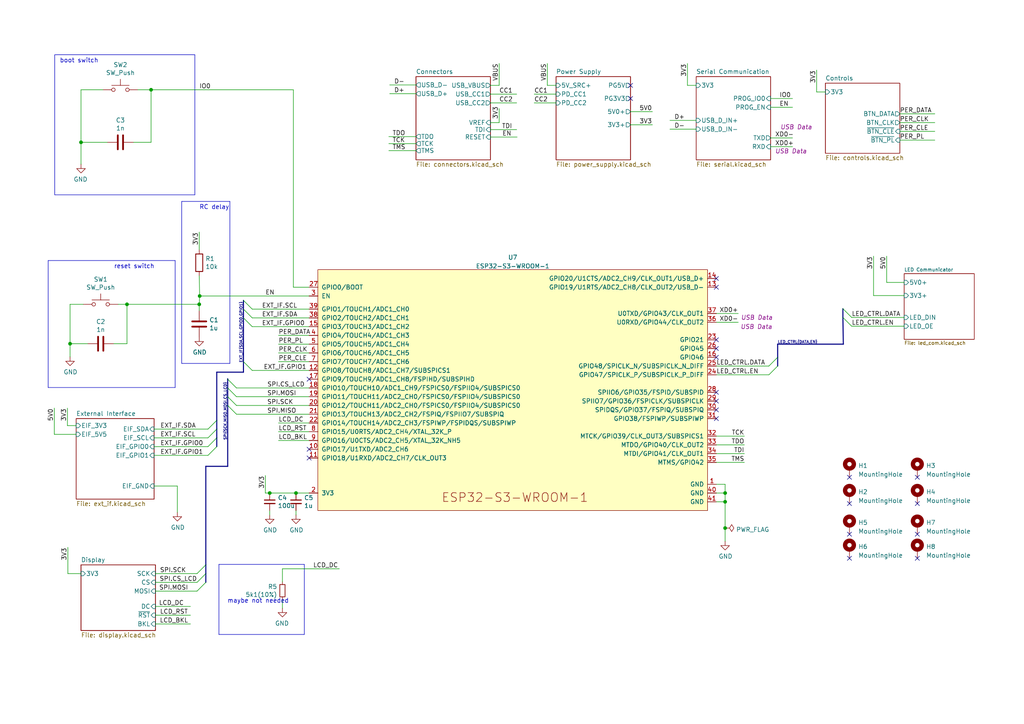
<source format=kicad_sch>
(kicad_sch (version 20230121) (generator eeschema)
  (paper "A4")
  (title_block (title "BCD-0o27") (date "2021-08-07") (rev "0") (company "BalcCon") (comment 1 "Designed by Florian"))
  (lib_symbols
    (symbol "Device:C" (pin_numbers hide) (pin_names (offset 0.254))
      (property "Reference" "C" (at 0.635 2.54 0))
      (property "Value" "C" (at 0.635 -2.54 0))
      (symbol "C_0_1"
        (polyline (pts (xy -2.032 -0.762) (xy 2.032 -0.762)) (stroke (width 0.508)))
        (polyline (pts (xy -2.032 0.762) (xy 2.032 0.762)) (stroke (width 0.508)))
      )
      (symbol "C_1_1"
        (pin passive line (at 0 3.81 270) (length 2.794) (name "~") (number "1"))
        (pin passive line (at 0 -3.81 90) (length 2.794) (name "~") (number "2"))
      )
    )
    (symbol "Device:C_Small" (pin_numbers hide) (pin_names (offset 0.254) hide)
      (property "Reference" "C" (at 0.254 1.778 0))
      (property "Value" "C_Small" (at 0.254 -2.032 0))
      (symbol "C_Small_0_1"
        (polyline (pts (xy -1.524 -0.508) (xy 1.524 -0.508)) (stroke (width 0.3302)))
        (polyline (pts (xy -1.524 0.508) (xy 1.524 0.508)) (stroke (width 0.3048)))
      )
      (symbol "C_Small_1_1"
        (pin passive line (at 0 2.54 270) (length 2.032) (name "~") (number "1"))
        (pin passive line (at 0 -2.54 90) (length 2.032) (name "~") (number "2"))
      )
    )
    (symbol "Device:R" (pin_numbers hide) (pin_names (offset 0))
      (property "Reference" "R" (at 2.032 0 90))
      (property "Value" "R" (at 0 0 90))
      (symbol "R_0_1"
        (rectangle (start -1.016 -2.54) (end 1.016 2.54) (stroke (width 0.254)))
      )
      (symbol "R_1_1"
        (pin passive line (at 0 3.81 270) (length 1.27) (name "~") (number "1"))
        (pin passive line (at 0 -3.81 90) (length 1.27) (name "~") (number "2"))
      )
    )
    (symbol "Device:R_Small" (pin_numbers hide) (pin_names (offset 0.254) hide)
      (property "Reference" "R" (at 0.762 0.508 0))
      (property "Value" "R_Small" (at 0.762 -1.016 0))
      (symbol "R_Small_0_1"
        (rectangle (start -0.762 1.778) (end 0.762 -1.778) (stroke (width 0.2032)))
      )
      (symbol "R_Small_1_1"
        (pin passive line (at 0 2.54 270) (length 0.762) (name "~") (number "1"))
        (pin passive line (at 0 -2.54 90) (length 0.762) (name "~") (number "2"))
      )
    )
    (symbol "Espressif:ESP32-S3-WROOM-1" (pin_names (offset 1.016))
      (property "Reference" "U" (at 0 35.56 0))
      (property "Value" "ESP32-S3-WROOM-1" (at 0 -36.83 0))
      (symbol "ESP32-S3-WROOM-1_0_0"
        (rectangle (start -57.15 34.29) (end 55.88 -35.56) (fill (type background)))
        (text "ESP32-S3-WROOM-1" (at 0 -31.75 0) (effects (font (size 2.54 2.54))))
        (pin power_in line (at 58.42 -27.94 180) (length 2.54) (name "GND") (number "1"))
        (pin bidirectional line (at -59.69 -17.78 0) (length 2.54) (name "GPIO17/U1TXD/ADC2_CH6") (number "10"))
        (pin bidirectional line (at -59.69 -20.32 0) (length 2.54) (name "GPIO18/U1RXD/ADC2_CH7/CLK_OUT3") (number "11"))
        (pin bidirectional line (at -59.69 5.08 0) (length 2.54) (name "GPIO8/TOUCH8/ADC1_CH7/SUBSPICS1") (number "12"))
        (pin bidirectional line (at 58.42 29.21 180) (length 2.54) (name "GPIO19/U1RTS/ADC2_CH8/CLK_OUT2/USB_D-") (number "13"))
        (pin bidirectional line (at 58.42 31.75 180) (length 2.54) (name "GPIO20/U1CTS/ADC2_CH9/CLK_OUT1/USB_D+") (number "14"))
        (pin bidirectional line (at -59.69 17.78 0) (length 2.54) (name "GPIO3/TOUCH3/ADC1_CH2") (number "15"))
        (pin bidirectional line (at 58.42 8.89 180) (length 2.54) (name "GPIO46") (number "16"))
        (pin bidirectional line (at -59.69 2.54 0) (length 2.54) (name "GPIO9/TOUCH9/ADC1_CH8/FSPIHD/SUBSPIHD") (number "17"))
        (pin bidirectional line (at -59.69 0 0) (length 2.54) (name "GPIO10/TOUCH10/ADC1_CH9/FSPICS0/FSPIIO4/SUBSPICS0") (number "18"))
        (pin bidirectional line (at -59.69 -2.54 0) (length 2.54) (name "GPIO11/TOUCH11/ADC2_CH0/FSPICS0/FSPIIO4/SUBSPICS0") (number "19"))
        (pin power_in line (at -59.69 -30.48 0) (length 2.54) (name "3V3") (number "2"))
        (pin bidirectional line (at -59.69 -5.08 0) (length 2.54) (name "GPIO12/TOUCH11/ADC2_CH0/FSPICS0/FSPIIO4/SUBSPICS0") (number "20"))
        (pin bidirectional line (at -59.69 -7.62 0) (length 2.54) (name "GPIO13/TOUCH13/ADC2_CH2/FSPIQ/FSPIIO7/SUBSPIQ") (number "21"))
        (pin bidirectional line (at -59.69 -10.16 0) (length 2.54) (name "GPIO14/TOUCH14/ADC2_CH3/FSPIWP/FSPIDQS/SUBSPIWP") (number "22"))
        (pin bidirectional line (at 58.42 13.97 180) (length 2.54) (name "GPIO21") (number "23"))
        (pin bidirectional line (at 58.42 3.81 180) (length 2.54) (name "GPIO47/SPICLK_P/SUBSPICLK_P_DIFF") (number "24"))
        (pin bidirectional line (at 58.42 6.35 180) (length 2.54) (name "GPIO48/SPICLK_N/SUBSPICLK_N_DIFF") (number "25"))
        (pin bidirectional line (at 58.42 11.43 180) (length 2.54) (name "GPIO45") (number "26"))
        (pin bidirectional line (at -59.69 29.21 0) (length 2.54) (name "GPIO0/BOOT") (number "27"))
        (pin bidirectional line (at 58.42 -1.27 180) (length 2.54) (name "SPIIO6/GPIO35/FSPID/SUBSPID") (number "28"))
        (pin bidirectional line (at 58.42 -3.81 180) (length 2.54) (name "SPIIO7/GPIO36/FSPICLK/SUBSPICLK") (number "29"))
        (pin input line (at -59.69 26.67 0) (length 2.54) (name "EN") (number "3"))
        (pin bidirectional line (at 58.42 -6.35 180) (length 2.54) (name "SPIDQS/GPIO37/FSPIQ/SUBSPIQ") (number "30"))
        (pin bidirectional line (at 58.42 -8.89 180) (length 2.54) (name "GPIO38/FSPIWP/SUBSPIWP") (number "31"))
        (pin bidirectional line (at 58.42 -13.97 180) (length 2.54) (name "MTCK/GPIO39/CLK_OUT3/SUBSPICS1") (number "32"))
        (pin bidirectional line (at 58.42 -16.51 180) (length 2.54) (name "MTDO/GPIO40/CLK_OUT2") (number "33"))
        (pin bidirectional line (at 58.42 -19.05 180) (length 2.54) (name "MTDI/GPIO41/CLK_OUT1") (number "34"))
        (pin bidirectional line (at 58.42 -21.59 180) (length 2.54) (name "MTMS/GPIO42") (number "35"))
        (pin bidirectional line (at 58.42 19.05 180) (length 2.54) (name "U0RXD/GPIO44/CLK_OUT2") (number "36"))
        (pin bidirectional line (at 58.42 21.59 180) (length 2.54) (name "U0TXD/GPIO43/CLK_OUT1") (number "37"))
        (pin bidirectional line (at -59.69 20.32 0) (length 2.54) (name "GPIO2/TOUCH2/ADC1_CH1") (number "38"))
        (pin bidirectional line (at -59.69 22.86 0) (length 2.54) (name "GPIO1/TOUCH1/ADC1_CH0") (number "39"))
        (pin bidirectional line (at -59.69 15.24 0) (length 2.54) (name "GPIO4/TOUCH4/ADC1_CH3") (number "4"))
        (pin power_in line (at 58.42 -30.48 180) (length 2.54) (name "GND") (number "40"))
        (pin power_in line (at 58.42 -33.02 180) (length 2.54) (name "GND") (number "41"))
        (pin bidirectional line (at -59.69 12.7 0) (length 2.54) (name "GPIO5/TOUCH5/ADC1_CH4") (number "5"))
        (pin bidirectional line (at -59.69 10.16 0) (length 2.54) (name "GPIO6/TOUCH6/ADC1_CH5") (number "6"))
        (pin bidirectional line (at -59.69 7.62 0) (length 2.54) (name "GPIO7/TOUCH7/ADC1_CH6") (number "7"))
        (pin bidirectional line (at -59.69 -12.7 0) (length 2.54) (name "GPIO15/U0RTS/ADC2_CH4/XTAL_32K_P") (number "8"))
        (pin bidirectional line (at -59.69 -15.24 0) (length 2.54) (name "GPIO16/U0CTS/ADC2_CH5/XTAL_32K_NH5") (number "9"))
      )
    )
    (symbol "Mechanical:MountingHole_Pad" (pin_numbers hide) (pin_names (offset 1.016) hide)
      (property "Reference" "H" (at 0 6.35 0))
      (property "Value" "MountingHole_Pad" (at 0 4.445 0))
      (symbol "MountingHole_Pad_0_1"
        (circle (center 0 1.27) (radius 1.27) (stroke (width 1.27)))
      )
      (symbol "MountingHole_Pad_1_1"
        (pin input line (at 0 -2.54 90) (length 2.54) (name "1") (number "1"))
      )
    )
    (symbol "Switch:SW_Push" (pin_numbers hide) (pin_names (offset 1.016) hide)
      (property "Reference" "SW" (at 1.27 2.54 0))
      (property "Value" "SW_Push" (at 0 -1.524 0))
      (symbol "SW_Push_0_1"
        (circle (center -2.032 0) (radius 0.508))
        (polyline (pts (xy 0 1.27) (xy 0 3.048)))
        (polyline (pts (xy 2.54 1.27) (xy -2.54 1.27)))
        (circle (center 2.032 0) (radius 0.508))
        (pin passive line (at -5.08 0 0) (length 2.54) (name "1") (number "1"))
        (pin passive line (at 5.08 0 180) (length 2.54) (name "2") (number "2"))
      )
    )
    (symbol "power:GND" (power) (pin_names (offset 0))
      (property "Value" "GND" (at 0 -3.81 0))
      (symbol "GND_0_1"
        (polyline (pts (xy 0 0) (xy 0 -1.27) (xy 1.27 -1.27) (xy 0 -2.54) (xy -1.27 -1.27) (xy 0 -1.27)))
      )
      (symbol "GND_1_1"
        (pin power_in line (at 0 0 270) (length 0) hide (name "GND") (number "1"))
      )
    )
    (symbol "power:PWR_FLAG" (power) (pin_numbers hide) (pin_names (offset 0) hide)
      (property "Value" "PWR_FLAG" (at 0 3.81 0))
      (symbol "PWR_FLAG_0_0"
        (pin power_out line (at 0 0 90) (length 0) (name "pwr") (number "1"))
      )
      (symbol "PWR_FLAG_0_1"
        (polyline (pts (xy 0 0) (xy 0 1.27) (xy -1.016 1.905) (xy 0 2.54) (xy 1.016 1.905) (xy 0 1.27)))
      )
    )
  )
  (bus_alias "SPI" (members "MISO" "MOSI" "SCK" "CS"))
  (junction (at 57.785 88.265))
  (junction (at 78.232 143.002))
  (junction (at 210.312 143.002))
  (junction (at 210.312 145.542))
  (junction (at 210.312 153.162))
  (junction (at 43.815 26.035))
  (junction (at 23.495 41.275))
  (junction (at 20.32 99.695))
  (junction (at 85.852 143.002))
  (junction (at 36.83 88.265))
  (junction (at 57.912 85.852))
  (no_connect (at 89.662 130.302))
  (no_connect (at 89.662 132.842))
  (no_connect (at 89.662 109.982))
  (no_connect (at 207.772 113.792))
  (no_connect (at 207.772 116.332))
  (no_connect (at 207.772 118.872))
  (no_connect (at 207.772 121.412))
  (no_connect (at 207.772 98.552))
  (no_connect (at 207.772 103.632))
  (no_connect (at 207.772 80.772))
  (no_connect (at 207.772 83.312))
  (no_connect (at 182.88 28.575))
  (no_connect (at 246.38 138.43))
  (no_connect (at 207.772 101.092))
  (no_connect (at 182.88 24.765))
  (no_connect (at 246.38 146.05))
  (no_connect (at 246.38 154.94))
  (no_connect (at 246.38 161.925))
  (no_connect (at 266.065 138.43))
  (no_connect (at 266.065 146.05))
  (no_connect (at 266.065 154.94))
  (no_connect (at 266.065 161.925))
  (bus_entry (at 66.04 112.522) (size 2.54 2.54))
  (bus_entry (at 66.04 109.982) (size 2.54 2.54))
  (bus_entry (at 59.69 163.83) (size -2.54 2.54))
  (bus_entry (at 62.865 127) (size -2.54 2.54))
  (bus_entry (at 62.865 129.54) (size -2.54 2.54))
  (bus_entry (at 62.865 121.92) (size -2.54 2.54))
  (bus_entry (at 223.012 108.712) (size 2.54 -2.54))
  (bus_entry (at 223.012 106.172) (size 2.54 -2.54))
  (bus_entry (at 244.475 89.535) (size 2.54 2.54))
  (bus_entry (at 244.475 92.075) (size 2.54 2.54))
  (bus_entry (at 59.69 166.37) (size -2.54 2.54))
  (bus_entry (at 62.865 124.46) (size -2.54 2.54))
  (bus_entry (at 66.04 115.062) (size 2.54 2.54))
  (bus_entry (at 66.04 117.602) (size 2.54 2.54))
  (bus_entry (at 70.612 87.122) (size 2.54 2.54))
  (bus_entry (at 70.612 89.662) (size 2.54 2.54))
  (bus_entry (at 70.612 92.202) (size 2.54 2.54))
  (bus_entry (at 70.612 104.902) (size 2.54 2.54))
  (bus_entry (at 59.69 168.91) (size -2.54 2.54))
  (polyline (pts (xy 63.5 184.023) (xy 88.265 184.023)))
  (wire (pts (xy 57.785 88.265) (xy 57.785 90.17)))
  (wire (pts (xy 223.52 31.115) (xy 229.87 31.115)))
  (bus (pts (xy 59.69 135.255) (xy 66.04 135.255)))
  (wire (pts (xy 19.558 123.444) (xy 22.098 123.444)))
  (wire (pts (xy 142.24 27.305) (xy 149.86 27.305)))
  (wire (pts (xy 214.122 90.932) (xy 207.772 90.932)))
  (wire (pts (xy 182.88 36.195) (xy 189.23 36.195)))
  (wire (pts (xy 44.704 132.08) (xy 60.325 132.08)))
  (bus (pts (xy 59.69 135.255) (xy 59.69 163.83)))
  (wire (pts (xy 68.58 115.062) (xy 89.662 115.062)))
  (wire (pts (xy 142.24 35.56) (xy 144.78 35.56)))
  (wire (pts (xy 215.9 126.492) (xy 207.772 126.492)))
  (wire (pts (xy 236.855 20.32) (xy 236.855 26.67)))
  (wire (pts (xy 36.83 88.265) (xy 57.785 88.265)))
  (wire (pts (xy 207.772 129.032) (xy 215.9 129.032)))
  (wire (pts (xy 44.704 129.54) (xy 60.325 129.54)))
  (wire (pts (xy 44.704 140.97) (xy 51.435 140.97)))
  (wire (pts (xy 144.78 24.765) (xy 142.24 24.765)))
  (wire (pts (xy 199.39 24.765) (xy 201.93 24.765)))
  (bus (pts (xy 62.865 107.95) (xy 62.865 121.92)))
  (wire (pts (xy 207.772 106.172) (xy 223.012 106.172)))
  (wire (pts (xy 85.852 143.002) (xy 89.662 143.002)))
  (wire (pts (xy 158.75 24.765) (xy 161.29 24.765)))
  (wire (pts (xy 45.085 168.91) (xy 57.15 168.91)))
  (bus (pts (xy 70.612 104.902) (xy 70.612 107.95)))
  (wire (pts (xy 43.815 26.035) (xy 40.005 26.035)))
  (wire (pts (xy 210.312 143.002) (xy 210.312 145.542)))
  (wire (pts (xy 112.776 41.656) (xy 120.65 41.656)))
  (bus (pts (xy 62.865 124.46) (xy 62.865 127)))
  (wire (pts (xy 51.435 140.97) (xy 51.435 148.59)))
  (wire (pts (xy 142.24 29.845) (xy 149.86 29.845)))
  (wire (pts (xy 45.085 166.37) (xy 57.15 166.37)))
  (wire (pts (xy 29.845 26.035) (xy 23.495 26.035)))
  (wire (pts (xy 55.245 175.895) (xy 45.085 175.895)))
  (wire (pts (xy 253.365 85.725) (xy 262.255 85.725)))
  (bus (pts (xy 66.04 112.522) (xy 66.04 115.062)))
  (polyline (pts (xy 15.875 56.515) (xy 56.515 56.515)))
  (wire (pts (xy 247.015 92.075) (xy 262.255 92.075)))
  (wire (pts (xy 57.912 85.852) (xy 89.662 85.852)))
  (wire (pts (xy 43.815 41.275) (xy 38.735 41.275)))
  (wire (pts (xy 68.58 120.142) (xy 89.662 120.142)))
  (wire (pts (xy 144.78 31.496) (xy 144.78 35.56)))
  (bus (pts (xy 225.552 99.822) (xy 244.602 99.822)))
  (wire (pts (xy 207.772 143.002) (xy 210.312 143.002)))
  (wire (pts (xy 207.772 140.462) (xy 210.312 140.462)))
  (wire (pts (xy 36.83 99.695) (xy 33.02 99.695)))
  (wire (pts (xy 73.152 94.742) (xy 89.662 94.742)))
  (wire (pts (xy 207.772 108.712) (xy 223.012 108.712)))
  (polyline (pts (xy 50.8 112.395) (xy 50.8 75.565)))
  (wire (pts (xy 19.558 118.364) (xy 19.558 123.444)))
  (wire (pts (xy 210.312 145.542) (xy 210.312 153.162)))
  (wire (pts (xy 55.245 178.435) (xy 45.085 178.435)))
  (wire (pts (xy 260.985 38.1) (xy 271.145 38.1)))
  (wire (pts (xy 25.4 99.695) (xy 20.32 99.695)))
  (wire (pts (xy 80.772 122.682) (xy 89.662 122.682)))
  (polyline (pts (xy 56.515 56.515) (xy 56.515 15.875)))
  (polyline (pts (xy 56.515 15.875) (xy 15.875 15.875)))
  (wire (pts (xy 81.915 164.973) (xy 81.915 168.783)))
  (wire (pts (xy 68.58 112.522) (xy 89.662 112.522)))
  (wire (pts (xy 207.772 93.472) (xy 214.122 93.472)))
  (wire (pts (xy 113.03 27.178) (xy 120.65 27.178)))
  (wire (pts (xy 247.015 94.615) (xy 262.255 94.615)))
  (wire (pts (xy 144.78 18.415) (xy 144.78 24.765)))
  (wire (pts (xy 154.94 27.305) (xy 161.29 27.305)))
  (bus (pts (xy 66.04 117.602) (xy 66.04 135.255)))
  (polyline (pts (xy 88.265 184.023) (xy 88.265 163.703)))
  (bus (pts (xy 225.552 99.822) (xy 225.552 103.632)))
  (wire (pts (xy 236.855 26.67) (xy 239.395 26.67)))
  (polyline (pts (xy 50.8 75.565) (xy 13.97 75.565)))
  (wire (pts (xy 199.39 18.415) (xy 199.39 24.765)))
  (bus (pts (xy 66.04 115.062) (xy 66.04 117.602)))
  (wire (pts (xy 76.962 137.922) (xy 76.962 143.002)))
  (polyline (pts (xy 88.265 163.703) (xy 63.5 163.703)))
  (wire (pts (xy 34.29 88.265) (xy 36.83 88.265)))
  (wire (pts (xy 31.115 41.275) (xy 23.495 41.275)))
  (wire (pts (xy 158.75 18.415) (xy 158.75 24.765)))
  (polyline (pts (xy 13.97 112.395) (xy 50.8 112.395)))
  (wire (pts (xy 210.312 140.462) (xy 210.312 143.002)))
  (polyline (pts (xy 13.97 75.565) (xy 13.97 112.395)))
  (wire (pts (xy 15.748 125.984) (xy 22.098 125.984)))
  (wire (pts (xy 260.985 40.64) (xy 271.145 40.64)))
  (wire (pts (xy 229.87 42.545) (xy 223.52 42.545)))
  (wire (pts (xy 223.52 28.575) (xy 229.87 28.575)))
  (wire (pts (xy 182.88 32.385) (xy 189.23 32.385)))
  (wire (pts (xy 45.085 171.45) (xy 57.15 171.45)))
  (wire (pts (xy 73.152 92.202) (xy 89.662 92.202)))
  (wire (pts (xy 78.232 149.352) (xy 78.232 148.082)))
  (wire (pts (xy 19.685 158.75) (xy 19.685 166.37)))
  (wire (pts (xy 85.09 83.312) (xy 85.09 26.035)))
  (wire (pts (xy 15.748 118.364) (xy 15.748 125.984)))
  (wire (pts (xy 19.685 166.37) (xy 23.495 166.37)))
  (wire (pts (xy 194.31 34.925) (xy 201.93 34.925)))
  (polyline (pts (xy 66.675 58.42) (xy 66.675 105.41)))
  (bus (pts (xy 244.475 89.535) (xy 244.475 92.075)))
  (bus (pts (xy 59.69 166.37) (xy 59.69 168.91)))
  (wire (pts (xy 271.145 33.02) (xy 260.985 33.02)))
  (polyline (pts (xy 63.5 163.703) (xy 63.5 184.023)))
  (wire (pts (xy 112.776 39.624) (xy 120.65 39.624)))
  (wire (pts (xy 23.495 26.035) (xy 23.495 41.275)))
  (wire (pts (xy 20.32 99.695) (xy 20.32 103.505)))
  (wire (pts (xy 154.94 29.845) (xy 161.29 29.845)))
  (bus (pts (xy 66.04 109.982) (xy 66.04 112.522)))
  (bus (pts (xy 66.04 109.855) (xy 66.04 109.982)))
  (wire (pts (xy 68.58 117.602) (xy 89.662 117.602)))
  (wire (pts (xy 80.772 104.902) (xy 89.662 104.902)))
  (wire (pts (xy 57.785 80.01) (xy 57.912 85.852)))
  (wire (pts (xy 207.772 145.542) (xy 210.312 145.542)))
  (wire (pts (xy 43.815 26.035) (xy 43.815 41.275)))
  (wire (pts (xy 210.312 153.162) (xy 210.312 156.972)))
  (bus (pts (xy 70.612 92.202) (xy 70.612 104.902)))
  (wire (pts (xy 73.152 107.442) (xy 89.662 107.442)))
  (wire (pts (xy 253.365 74.295) (xy 253.365 85.725)))
  (wire (pts (xy 36.83 88.265) (xy 36.83 99.695)))
  (wire (pts (xy 207.772 131.572) (xy 215.9 131.572)))
  (bus (pts (xy 244.475 92.075) (xy 244.602 99.822)))
  (wire (pts (xy 57.785 72.39) (xy 57.785 67.31)))
  (wire (pts (xy 194.31 37.465) (xy 201.93 37.465)))
  (polyline (pts (xy 52.705 58.42) (xy 66.675 58.42)))
  (bus (pts (xy 59.69 163.83) (xy 59.69 166.37)))
  (bus (pts (xy 62.865 127) (xy 62.865 129.54)))
  (wire (pts (xy 24.13 88.265) (xy 20.32 88.265)))
  (wire (pts (xy 223.52 40.005) (xy 229.87 40.005)))
  (wire (pts (xy 80.772 125.222) (xy 89.662 125.222)))
  (wire (pts (xy 142.24 37.592) (xy 149.86 37.592)))
  (wire (pts (xy 80.772 97.282) (xy 89.662 97.282)))
  (polyline (pts (xy 66.675 105.41) (xy 52.705 105.41)))
  (wire (pts (xy 85.852 149.352) (xy 85.852 148.082)))
  (wire (pts (xy 80.772 127.762) (xy 89.662 127.762)))
  (wire (pts (xy 142.24 39.751) (xy 149.987 39.751)))
  (wire (pts (xy 89.662 83.312) (xy 85.09 83.312)))
  (polyline (pts (xy 15.875 15.875) (xy 15.875 56.515)))
  (wire (pts (xy 257.175 81.915) (xy 262.255 81.915)))
  (wire (pts (xy 271.145 35.56) (xy 260.985 35.56)))
  (wire (pts (xy 85.852 143.002) (xy 78.232 143.002)))
  (wire (pts (xy 44.704 124.46) (xy 60.325 124.46)))
  (wire (pts (xy 23.495 41.275) (xy 23.495 47.625)))
  (wire (pts (xy 257.175 74.295) (xy 257.175 81.915)))
  (wire (pts (xy 80.772 102.362) (xy 89.662 102.362)))
  (bus (pts (xy 70.612 89.662) (xy 70.612 92.202)))
  (wire (pts (xy 81.915 164.973) (xy 98.425 164.973)))
  (polyline (pts (xy 52.705 105.41) (xy 52.705 58.42)))
  (wire (pts (xy 81.915 176.403) (xy 81.915 173.863)))
  (bus (pts (xy 225.552 103.632) (xy 225.552 106.172)))
  (wire (pts (xy 44.704 127) (xy 60.325 127)))
  (wire (pts (xy 43.815 26.035) (xy 85.09 26.035)))
  (wire (pts (xy 113.03 24.638) (xy 120.65 24.638)))
  (bus (pts (xy 62.865 121.92) (xy 62.865 124.46)))
  (wire (pts (xy 78.232 143.002) (xy 76.962 143.002)))
  (wire (pts (xy 73.152 89.662) (xy 89.662 89.662)))
  (bus (pts (xy 70.612 87.122) (xy 70.612 89.662)))
  (bus (pts (xy 62.865 107.95) (xy 70.612 107.95)))
  (wire (pts (xy 57.912 85.852) (xy 57.785 88.265)))
  (wire (pts (xy 215.9 134.112) (xy 207.772 134.112)))
  (wire (pts (xy 112.776 43.688) (xy 120.65 43.688)))
  (wire (pts (xy 55.245 180.975) (xy 45.085 180.975)))
  (wire (pts (xy 20.32 88.265) (xy 20.32 99.695)))
  (wire (pts (xy 80.772 99.822) (xy 89.662 99.822)))
  (text "RC delay" (at 57.785 60.96 0) (effects (font (size 1.27 1.27)) (justify left bottom)))
  (text "maybe not needed" (at 83.82 175.133 0) (effects (font (size 1.27 1.27)) (justify right bottom)))
  (text "reset switch" (at 33.02 78.105 0) (effects (font (size 1.27 1.27)) (justify left bottom)))
  (text "boot switch" (at 28.575 18.415 0) (effects (font (size 1.27 1.27)) (justify right bottom)))
  (label "XD0-" (at 224.79 40.005 0) (property "Netclass" "USB Data" (at 226.314 36.83 0) (effects (font italic) (justify left))))
  (label "EN" (at 145.669 39.751 0))
  (label "IO0" (at 57.785 26.035 0))
  (label "5V0" (at 185.42 32.385 0))
  (label "PER_DATA" (at 80.772 97.282 0))
  (label "LCD_RST" (at 46.355 178.435 0))
  (label "TCK" (at 113.792 41.656 0))
  (label "EXT_IF.SDA" (at 46.482 124.46 0))
  (label "SPI{SCK,MISO,MOSI,CS_LCD}" (at 66.04 127.635 90) (effects (font (size 0.8 0.8))))
  (label "PER_PL" (at 260.985 40.64 0))
  (label "EXT_IF.GPIO0" (at 75.946 94.742 0))
  (label "CC2" (at 154.94 29.845 0))
  (label "VBUS" (at 144.78 23.495 90))
  (label "EXT_IF.SCL" (at 46.482 127 0))
  (label "SPI.CS_LCD" (at 88.392 112.522 180))
  (label "D+" (at 195.58 34.925 0))
  (label "CC1" (at 144.78 27.305 0))
  (label "EXT_IF{SDA,SCL,GPIO0,GPIO1}" (at 70.612 87.376 270) (effects (font (size 0.8 0.8))))
  (label "D-" (at 114.3 24.638 0))
  (label "EN" (at 226.06 31.115 0))
  (label "XD0+" (at 214.122 90.932 180) (property "Netclass" "USB Data" (at 224.155 92.075 0) (effects (font italic) (justify right))))
  (label "SPI.SCK" (at 85.09 117.602 180))
  (label "PER_CLK" (at 260.985 35.56 0))
  (label "PER_CLE" (at 260.985 38.1 0))
  (label "SPI.MISO" (at 77.47 120.142 0))
  (label "XD0+" (at 224.79 42.545 0) (property "Netclass" "USB Data" (at 224.79 43.815 0) (effects (font italic) (justify left))))
  (label "EXT_IF.GPIO0" (at 46.482 129.54 0))
  (label "3V3" (at 57.785 71.12 90))
  (label "PER_DATA" (at 260.985 33.02 0))
  (label "EN" (at 76.962 85.852 0))
  (label "EXT_IF.GPIO1" (at 76.454 107.442 0))
  (label "SPI.MOSI" (at 54.61 171.45 180))
  (label "LCD_DC" (at 80.772 122.682 0))
  (label "CC1" (at 154.94 27.305 0))
  (label "3V3" (at 185.42 36.195 0))
  (label "VBUS" (at 158.75 23.495 90))
  (label "XD0-" (at 214.122 93.472 180) (property "Netclass" "USB Data" (at 224.028 94.742 0) (effects (font italic) (justify right))))
  (label "LED_CTRL.DATA" (at 207.772 106.172 0))
  (label "3V3" (at 19.558 122.174 90))
  (label "EXT_IF.SDA" (at 75.946 92.202 0))
  (label "LCD_DC" (at 53.34 175.895 180))
  (label "LED_CTRL.DATA" (at 247.015 92.075 0))
  (label "3V3" (at 19.685 162.56 90))
  (label "EXT_IF.GPIO1" (at 46.482 132.08 0))
  (label "TDO" (at 113.792 39.624 0))
  (label "3V3" (at 199.39 22.225 90))
  (label "LCD_BKL" (at 54.61 180.975 180))
  (label "LED_CTRL{DATA,EN}" (at 225.552 99.822 0) (effects (font (size 0.8 0.8))))
  (label "3V3" (at 236.855 24.13 90))
  (label "EXT_IF.SCL" (at 75.946 89.662 0))
  (label "TDO" (at 215.9 129.032 180))
  (label "D-" (at 195.58 37.465 0))
  (label "LCD_DC" (at 90.805 164.973 0))
  (label "PER_CLK" (at 80.772 102.362 0))
  (label "SPI.SCK" (at 46.355 166.37 0))
  (label "PER_PL" (at 80.772 99.822 0))
  (label "CC2" (at 144.78 29.845 0))
  (label "SPI.MOSI" (at 77.47 115.062 0))
  (label "TMS" (at 113.792 43.688 0))
  (label "TCK" (at 215.9 126.492 180))
  (label "LCD_RST" (at 80.772 125.222 0))
  (label "5V0" (at 257.175 78.105 90))
  (label "LED_CTRL.EN" (at 247.015 94.615 0))
  (label "LCD_BKL" (at 80.772 127.762 0))
  (label "5V0" (at 15.748 122.174 90))
  (label "LED_CTRL.EN" (at 207.772 108.712 0))
  (label "D+" (at 114.3 27.178 0))
  (label "TDI" (at 145.542 37.592 0))
  (label "IO0" (at 226.06 28.575 0))
  (label "3V3" (at 253.365 78.105 90))
  (label "TDI" (at 215.9 131.572 180))
  (label "3V3" (at 76.962 141.732 90))
  (label "3V3" (at 144.78 34.544 90))
  (label "SPI.CS_LCD" (at 57.15 168.91 180))
  (label "TMS" (at 215.9 134.112 180))
  (label "PER_CLE" (at 80.772 104.902 0))
  (symbol (lib_id "Device:C") (at 34.925 41.275 270) (mirror x) (unit 1)
    (property "Reference" "C3" (at 34.925 34.8742 90))
    (property "Value" "1n" (at 34.925 37.1856 90))
    (property "Footprint" "Capacitor_SMD:C_0805_2012Metric" (effects hide))
    (property "LCSC" "C46653" (effects hide))
    (property "AltPart" "C94121" (effects hide))
  )
  (symbol (lib_id "Switch:SW_Push") (at 34.925 26.035 0) (mirror y) (unit 1)
    (property "Reference" "SW2" (at 34.925 18.796 0))
    (property "Value" "SW_Push" (at 34.925 21.1074 0))
    (property "Footprint" "Buttons:XUNPU TS-1087S Tactile Switch" (effects hide))
    (property "LCSC" "C455268" (effects hide))
  )
  (symbol (lib_id "power:GND") (at 23.495 47.625 0) (mirror y) (unit 1)
    (property "Reference" "#PWR04" (effects hide))
    (property "Value" "GND" (at 23.368 52.0192 0))
  )
  (symbol (lib_id "Device:C") (at 57.785 93.98 0) (unit 1)
    (property "Reference" "C1" (at 60.706 92.8116 0) (effects (justify left)))
    (property "Value" "1u" (at 60.706 95.123 0) (effects (justify left)))
    (property "Footprint" "Capacitor_SMD:C_0805_2012Metric" (effects hide))
    (property "LCSC" "C28323" (effects hide))
    (property "AltPart" "C146681" (effects hide))
  )
  (symbol (lib_id "power:GND") (at 57.785 97.79 0) (unit 1)
    (property "Reference" "#PWR01" (effects hide))
    (property "Value" "GND" (at 57.912 102.1842 0))
  )
  (symbol (lib_id "Device:R") (at 57.785 76.2 0) (unit 1)
    (property "Reference" "R1" (at 59.563 75.0316 0) (effects (justify left)))
    (property "Value" "10k" (at 59.563 77.343 0) (effects (justify left)))
    (property "Footprint" "Resistor_SMD:R_0805_2012Metric" (effects hide))
    (property "LCSC" "C17414" (effects hide))
    (property "AltPart" "C844937" (effects hide))
  )
  (symbol (lib_id "Switch:SW_Push") (at 29.21 88.265 0) (unit 1)
    (property "Reference" "SW1" (at 29.21 81.026 0))
    (property "Value" "SW_Push" (at 29.21 83.3374 0))
    (property "Footprint" "Buttons:XUNPU TS-1087S Tactile Switch" (effects hide))
    (property "LCSC" "C455268" (effects hide))
  )
  (symbol (lib_id "Device:C") (at 29.21 99.695 270) (unit 1)
    (property "Reference" "C2" (at 29.21 93.2942 90))
    (property "Value" "1n" (at 29.21 95.6056 90))
    (property "Footprint" "Capacitor_SMD:C_0805_2012Metric" (effects hide))
    (property "LCSC" "C46653" (effects hide))
    (property "AltPart" "C94121" (effects hide))
  )
  (symbol (lib_id "power:GND") (at 20.32 103.505 0) (unit 1)
    (property "Reference" "#PWR02" (effects hide))
    (property "Value" "GND" (at 20.447 107.8992 0))
  )
  (symbol (lib_id "Device:C_Small") (at 85.852 145.542 0) (unit 1)
    (property "Reference" "C5" (at 88.1888 144.3736 0) (effects (justify left)))
    (property "Value" "1u" (at 88.1888 146.685 0) (effects (justify left)))
    (property "Footprint" "Capacitor_SMD:C_0805_2012Metric" (effects hide))
    (property "LCSC" "C28323" (effects hide))
    (property "AltPart" "C146681" (effects hide))
  )
  (symbol (lib_id "Device:C_Small") (at 78.232 145.542 0) (unit 1)
    (property "Reference" "C4" (at 80.5688 144.3736 0) (effects (justify left)))
    (property "Value" "100u" (at 80.5688 146.685 0) (effects (justify left)))
    (property "Footprint" "Capacitor_SMD:C_1206_3216Metric" (effects hide))
    (property "LCSC" "C15008" (effects hide))
    (property "AltPart" "C268006" (effects hide))
  )
  (symbol (lib_id "power:GND") (at 78.232 149.352 0) (unit 1)
    (property "Reference" "#PWR06" (effects hide))
    (property "Value" "GND" (at 78.359 153.7462 0))
  )
  (symbol (lib_id "power:GND") (at 85.852 149.352 0) (unit 1)
    (property "Reference" "#PWR07" (effects hide))
    (property "Value" "GND" (at 85.979 153.7462 0))
  )
  (symbol (lib_id "Device:R_Small") (at 81.915 171.323 0) (mirror y) (unit 1)
    (property "Reference" "R5" (at 80.4164 170.1546 0) (effects (justify left)))
    (property "Value" "5k1(10%)" (at 80.4164 172.466 0) (effects (justify left)))
    (property "Footprint" "Resistor_SMD:R_0603_1608Metric" (effects hide))
    (property "LCSC" "C23186" (effects hide))
  )
  (symbol (lib_id "power:GND") (at 81.915 176.403 0) (mirror y) (unit 1)
    (property "Reference" "#PWR03" (effects hide))
    (property "Value" "GND" (at 81.788 180.7972 0))
  )
  (symbol (lib_id "power:GND") (at 210.312 156.972 0) (unit 1)
    (property "Reference" "#PWR08" (effects hide))
    (property "Value" "GND" (at 210.439 161.3662 0))
  )
  (symbol (lib_id "power:GND") (at 51.435 148.59 0) (unit 1)
    (property "Reference" "#PWR05" (effects hide))
    (property "Value" "GND" (at 51.562 152.9842 0))
  )
  (symbol (lib_id "Mechanical:MountingHole_Pad") (at 246.38 159.385 0) (unit 1)
    (property "Reference" "H6" (at 248.92 158.5503 0) (effects (justify left)))
    (property "Value" "MountingHole" (at 248.92 161.0872 0) (effects (justify left)))
    (property "Footprint" "MountingHole:MountingHole_2.2mm_M2_ISO7380_Pad_TopBottom" (effects hide))
  )
  (symbol (lib_id "Mechanical:MountingHole_Pad") (at 266.065 143.51 0) (unit 1)
    (property "Reference" "H4" (at 268.605 142.6753 0) (effects (justify left)))
    (property "Value" "MountingHole" (at 268.605 145.2122 0) (effects (justify left)))
    (property "Footprint" "MountingHole:MountingHole_2.2mm_M2_ISO7380_Pad_TopBottom" (effects hide))
  )
  (symbol (lib_id "Mechanical:MountingHole_Pad") (at 266.065 152.4 0) (unit 1)
    (property "Reference" "H7" (at 268.605 151.5653 0) (effects (justify left)))
    (property "Value" "MountingHole" (at 268.605 154.1022 0) (effects (justify left)))
    (property "Footprint" "MountingHole:MountingHole_2.2mm_M2_ISO7380_Pad_TopBottom" (effects hide))
  )
  (symbol (lib_id "Mechanical:MountingHole_Pad") (at 266.065 159.385 0) (unit 1)
    (property "Reference" "H8" (at 268.605 158.5503 0) (effects (justify left)))
    (property "Value" "MountingHole" (at 268.605 161.0872 0) (effects (justify left)))
    (property "Footprint" "MountingHole:MountingHole_2.2mm_M2_ISO7380_Pad_TopBottom" (effects hide))
  )
  (symbol (lib_id "Espressif:ESP32-S3-WROOM-1") (at 149.352 112.522 0) (unit 1)
    (property "Reference" "U7" (at 148.717 74.6592 0))
    (property "Value" "ESP32-S3-WROOM-1" (at 148.717 77.1961 0))
    (property "Footprint" "Espressif:ESP32-S3-WROOM-1" (effects hide))
    (property "Datasheet" "https://datasheet.lcsc.com/lcsc/2207151200_Espressif-Systems-ESP32-S3-WROOM-1-N16R8_C2913202.pdf" (effects hide))
    (property "LCSC" "C2913202" (effects hide))
    (property "Mouser" "356-ESP32S3WRM1N16R8" (effects hide))
  )
  (symbol (lib_id "Mechanical:MountingHole_Pad") (at 246.38 135.89 0) (unit 1)
    (property "Reference" "H1" (at 248.92 135.0553 0) (effects (justify left)))
    (property "Value" "MountingHole" (at 248.92 137.5922 0) (effects (justify left)))
    (property "Footprint" "MountingHole:MountingHole_2.2mm_M2_ISO7380_Pad_TopBottom" (effects hide))
  )
  (symbol (lib_id "power:PWR_FLAG") (at 210.312 153.162 270) (unit 1)
    (property "Reference" "#FLG0103" (effects hide))
    (property "Value" "PWR_FLAG" (at 213.487 153.5958 90) (effects (justify left)))
  )
  (symbol (lib_id "Mechanical:MountingHole_Pad") (at 246.38 152.4 0) (unit 1)
    (property "Reference" "H5" (at 248.92 151.5653 0) (effects (justify left)))
    (property "Value" "MountingHole" (at 248.92 154.1022 0) (effects (justify left)))
    (property "Footprint" "MountingHole:MountingHole_2.2mm_M2_ISO7380_Pad_TopBottom" (effects hide))
  )
  (symbol (lib_id "Mechanical:MountingHole_Pad") (at 266.065 135.89 0) (unit 1)
    (property "Reference" "H3" (at 268.605 135.0553 0) (effects (justify left)))
    (property "Value" "MountingHole" (at 268.605 137.5922 0) (effects (justify left)))
    (property "Footprint" "MountingHole:MountingHole_2.2mm_M2_ISO7380_Pad_TopBottom" (effects hide))
  )
  (symbol (lib_id "Mechanical:MountingHole_Pad") (at 246.38 143.51 0) (unit 1)
    (property "Reference" "H2" (at 248.92 142.6753 0) (effects (justify left)))
    (property "Value" "MountingHole" (at 248.92 145.2122 0) (effects (justify left)))
    (property "Footprint" "MountingHole:MountingHole_2.2mm_M2_ISO7380_Pad_TopBottom" (effects hide))
  )
  (sheet (at 161.29 22.225) (size 21.59 24.13)
    (property "Sheetname" "Power Supply" (at 161.29 21.5134 0) (effects (justify left bottom)))
    (property "Sheetfile" "power_supply.kicad_sch" (at 161.29 46.9396 0) (effects (justify left top)))
    (pin "PD_CC1" input (at 161.29 27.305 180))
    (pin "PD_CC2" input (at 161.29 29.845 180))
    (pin "3V3+" output (at 182.88 36.195 0))
    (pin "5V_SRC+" input (at 161.29 24.765 180))
    (pin "5V0+" output (at 182.88 32.385 0))
    (pin "PG3V3" output (at 182.88 28.575 0))
    (pin "PG5V" output (at 182.88 24.765 0))
  )
  (sheet (at 23.495 163.83) (size 21.59 19.05)
    (property "Sheetname" "Display" (at 23.495 163.1184 0) (effects (justify left bottom)))
    (property "Sheetfile" "display.kicad_sch" (at 23.495 183.4646 0) (effects (justify left top)))
    (pin "~{RST}" input (at 45.085 178.435 0))
    (pin "DC" input (at 45.085 175.895 0))
    (pin "MOSI" input (at 45.085 171.45 0))
    (pin "SCK" input (at 45.085 166.37 0))
    (pin "CS" input (at 45.085 168.91 0))
    (pin "3V3" input (at 23.495 166.37 180))
    (pin "BKL" input (at 45.085 180.975 0))
  )
  (sheet (at 120.65 22.225) (size 21.59 24.13)
    (property "Sheetname" "Connectors" (at 120.65 21.5134 0) (effects (justify left bottom)))
    (property "Sheetfile" "connectors.kicad_sch" (at 120.65 46.9396 0) (effects (justify left top)))
    (pin "USB_D-" output (at 120.65 24.638 180))
    (pin "USB_D+" output (at 120.65 27.178 180))
    (pin "USB_CC1" output (at 142.24 27.305 0))
    (pin "USB_CC2" output (at 142.24 29.845 0))
    (pin "USB_VBUS" output (at 142.24 24.765 0))
    (pin "TDI" input (at 142.24 37.592 0))
    (pin "TDO" output (at 120.65 39.624 180))
    (pin "TCK" output (at 120.65 41.656 180))
    (pin "TMS" output (at 120.65 43.688 180))
    (pin "VREF" input (at 142.24 35.56 0))
    (pin "RESET" input (at 142.24 39.751 0))
  )
  (sheet (at 239.395 24.13) (size 21.59 20.32)
    (property "Sheetname" "Controls" (at 239.395 23.4184 0) (effects (justify left bottom)))
    (property "Sheetfile" "controls.kicad_sch" (at 239.395 45.0346 0) (effects (justify left top)))
    (pin "BTN_DATA" output (at 260.985 33.02 0))
    (pin "BTN_CLK" output (at 260.985 35.56 0))
    (pin "3V3" input (at 239.395 26.67 180))
    (pin "~{BTN_CLE}" input (at 260.985 38.1 0))
    (pin "~{BTN_PL}" input (at 260.985 40.64 0))
  )
  (sheet (at 201.93 22.225) (size 21.59 24.13)
    (property "Sheetname" "Serial Communication" (at 201.93 21.5134 0) (effects (justify left bottom)))
    (property "Sheetfile" "serial.kicad_sch" (at 201.93 46.9396 0) (effects (justify left top)))
    (pin "USB_D_IN+" input (at 201.93 34.925 180))
    (pin "USB_D_IN-" input (at 201.93 37.465 180))
    (pin "PROG_EN" input (at 223.52 31.115 0))
    (pin "PROG_IO0" input (at 223.52 28.575 0))
    (pin "RXD" input (at 223.52 42.545 0))
    (pin "TXD" output (at 223.52 40.005 0))
    (pin "3V3" input (at 201.93 24.765 180))
  )
  (sheet (at 262.255 79.375) (size 20.32 19.05)
    (property "Sheetname" "LED Communicator" (at 262.255 78.8031 0) (effects (font (size 0.9906 0.9906)) (justify left bottom)))
    (property "Sheetfile" "led_com.kicad_sch" (at 262.255 98.8978 0) (effects (font (size 0.9906 0.9906)) (justify left top)))
    (pin "5V0+" input (at 262.255 81.915 180))
    (pin "LED_DIN" input (at 262.255 92.075 180))
    (pin "3V3+" input (at 262.255 85.725 180))
    (pin "LED_OE" input (at 262.255 94.615 180))
  )
  (sheet (at 22.098 121.412) (size 22.606 23.368)
    (property "Sheetname" "External Interface" (at 22.098 120.7004 0) (effects (justify left bottom)))
    (property "Sheetfile" "ext_if.kicad_sch" (at 22.098 145.3646 0) (effects (justify left top)))
    (pin "EIF_3V3" input (at 22.098 123.444 180))
    (pin "EIF_5V5" input (at 22.098 125.984 180))
    (pin "EIF_GND" input (at 44.704 140.97 0))
    (pin "EIF_SDA" input (at 44.704 124.46 0))
    (pin "EIF_SCL" input (at 44.704 127 0))
    (pin "EIF_GPIO0" input (at 44.704 129.54 0))
    (pin "EIF_GPIO1" input (at 44.704 132.08 0))
  )
)
</source>
